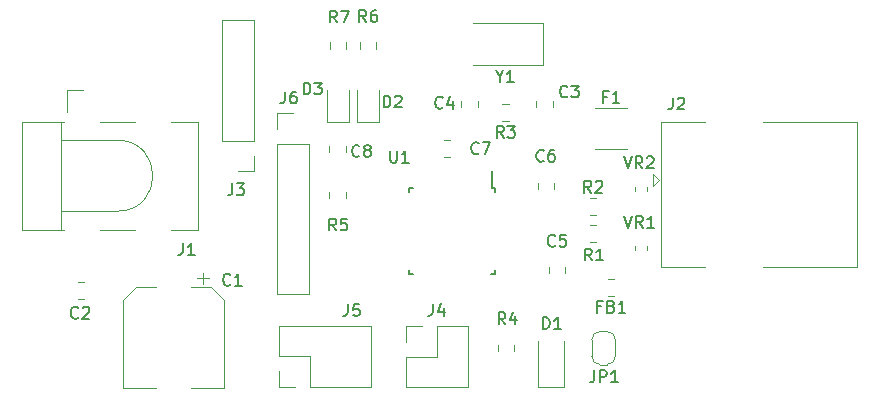
<source format=gbr>
%TF.GenerationSoftware,KiCad,Pcbnew,8.0.1+dfsg-1*%
%TF.CreationDate,2024-04-11T10:46:44+00:00*%
%TF.ProjectId,t1,74312e6b-6963-4616-945f-706362585858,WIP*%
%TF.SameCoordinates,Original*%
%TF.FileFunction,Legend,Top*%
%TF.FilePolarity,Positive*%
%FSLAX46Y46*%
G04 Gerber Fmt 4.6, Leading zero omitted, Abs format (unit mm)*
G04 Created by KiCad (PCBNEW 8.0.1+dfsg-1) date 2024-04-11 10:46:44*
%MOMM*%
%LPD*%
G01*
G04 APERTURE LIST*
%ADD10C,0.150000*%
%ADD11C,0.120000*%
G04 APERTURE END LIST*
D10*
X135672533Y-90402580D02*
X135624914Y-90450200D01*
X135624914Y-90450200D02*
X135482057Y-90497819D01*
X135482057Y-90497819D02*
X135386819Y-90497819D01*
X135386819Y-90497819D02*
X135243962Y-90450200D01*
X135243962Y-90450200D02*
X135148724Y-90354961D01*
X135148724Y-90354961D02*
X135101105Y-90259723D01*
X135101105Y-90259723D02*
X135053486Y-90069247D01*
X135053486Y-90069247D02*
X135053486Y-89926390D01*
X135053486Y-89926390D02*
X135101105Y-89735914D01*
X135101105Y-89735914D02*
X135148724Y-89640676D01*
X135148724Y-89640676D02*
X135243962Y-89545438D01*
X135243962Y-89545438D02*
X135386819Y-89497819D01*
X135386819Y-89497819D02*
X135482057Y-89497819D01*
X135482057Y-89497819D02*
X135624914Y-89545438D01*
X135624914Y-89545438D02*
X135672533Y-89593057D01*
X136624914Y-90497819D02*
X136053486Y-90497819D01*
X136339200Y-90497819D02*
X136339200Y-89497819D01*
X136339200Y-89497819D02*
X136243962Y-89640676D01*
X136243962Y-89640676D02*
X136148724Y-89735914D01*
X136148724Y-89735914D02*
X136053486Y-89783533D01*
X122769333Y-93196580D02*
X122721714Y-93244200D01*
X122721714Y-93244200D02*
X122578857Y-93291819D01*
X122578857Y-93291819D02*
X122483619Y-93291819D01*
X122483619Y-93291819D02*
X122340762Y-93244200D01*
X122340762Y-93244200D02*
X122245524Y-93148961D01*
X122245524Y-93148961D02*
X122197905Y-93053723D01*
X122197905Y-93053723D02*
X122150286Y-92863247D01*
X122150286Y-92863247D02*
X122150286Y-92720390D01*
X122150286Y-92720390D02*
X122197905Y-92529914D01*
X122197905Y-92529914D02*
X122245524Y-92434676D01*
X122245524Y-92434676D02*
X122340762Y-92339438D01*
X122340762Y-92339438D02*
X122483619Y-92291819D01*
X122483619Y-92291819D02*
X122578857Y-92291819D01*
X122578857Y-92291819D02*
X122721714Y-92339438D01*
X122721714Y-92339438D02*
X122769333Y-92387057D01*
X123150286Y-92387057D02*
X123197905Y-92339438D01*
X123197905Y-92339438D02*
X123293143Y-92291819D01*
X123293143Y-92291819D02*
X123531238Y-92291819D01*
X123531238Y-92291819D02*
X123626476Y-92339438D01*
X123626476Y-92339438D02*
X123674095Y-92387057D01*
X123674095Y-92387057D02*
X123721714Y-92482295D01*
X123721714Y-92482295D02*
X123721714Y-92577533D01*
X123721714Y-92577533D02*
X123674095Y-92720390D01*
X123674095Y-92720390D02*
X123102667Y-93291819D01*
X123102667Y-93291819D02*
X123721714Y-93291819D01*
X164196733Y-74476780D02*
X164149114Y-74524400D01*
X164149114Y-74524400D02*
X164006257Y-74572019D01*
X164006257Y-74572019D02*
X163911019Y-74572019D01*
X163911019Y-74572019D02*
X163768162Y-74524400D01*
X163768162Y-74524400D02*
X163672924Y-74429161D01*
X163672924Y-74429161D02*
X163625305Y-74333923D01*
X163625305Y-74333923D02*
X163577686Y-74143447D01*
X163577686Y-74143447D02*
X163577686Y-74000590D01*
X163577686Y-74000590D02*
X163625305Y-73810114D01*
X163625305Y-73810114D02*
X163672924Y-73714876D01*
X163672924Y-73714876D02*
X163768162Y-73619638D01*
X163768162Y-73619638D02*
X163911019Y-73572019D01*
X163911019Y-73572019D02*
X164006257Y-73572019D01*
X164006257Y-73572019D02*
X164149114Y-73619638D01*
X164149114Y-73619638D02*
X164196733Y-73667257D01*
X164530067Y-73572019D02*
X165149114Y-73572019D01*
X165149114Y-73572019D02*
X164815781Y-73952971D01*
X164815781Y-73952971D02*
X164958638Y-73952971D01*
X164958638Y-73952971D02*
X165053876Y-74000590D01*
X165053876Y-74000590D02*
X165101495Y-74048209D01*
X165101495Y-74048209D02*
X165149114Y-74143447D01*
X165149114Y-74143447D02*
X165149114Y-74381542D01*
X165149114Y-74381542D02*
X165101495Y-74476780D01*
X165101495Y-74476780D02*
X165053876Y-74524400D01*
X165053876Y-74524400D02*
X164958638Y-74572019D01*
X164958638Y-74572019D02*
X164672924Y-74572019D01*
X164672924Y-74572019D02*
X164577686Y-74524400D01*
X164577686Y-74524400D02*
X164530067Y-74476780D01*
X153630333Y-75416580D02*
X153582714Y-75464200D01*
X153582714Y-75464200D02*
X153439857Y-75511819D01*
X153439857Y-75511819D02*
X153344619Y-75511819D01*
X153344619Y-75511819D02*
X153201762Y-75464200D01*
X153201762Y-75464200D02*
X153106524Y-75368961D01*
X153106524Y-75368961D02*
X153058905Y-75273723D01*
X153058905Y-75273723D02*
X153011286Y-75083247D01*
X153011286Y-75083247D02*
X153011286Y-74940390D01*
X153011286Y-74940390D02*
X153058905Y-74749914D01*
X153058905Y-74749914D02*
X153106524Y-74654676D01*
X153106524Y-74654676D02*
X153201762Y-74559438D01*
X153201762Y-74559438D02*
X153344619Y-74511819D01*
X153344619Y-74511819D02*
X153439857Y-74511819D01*
X153439857Y-74511819D02*
X153582714Y-74559438D01*
X153582714Y-74559438D02*
X153630333Y-74607057D01*
X154487476Y-74845152D02*
X154487476Y-75511819D01*
X154249381Y-74464200D02*
X154011286Y-75178485D01*
X154011286Y-75178485D02*
X154630333Y-75178485D01*
X163155333Y-87100580D02*
X163107714Y-87148200D01*
X163107714Y-87148200D02*
X162964857Y-87195819D01*
X162964857Y-87195819D02*
X162869619Y-87195819D01*
X162869619Y-87195819D02*
X162726762Y-87148200D01*
X162726762Y-87148200D02*
X162631524Y-87052961D01*
X162631524Y-87052961D02*
X162583905Y-86957723D01*
X162583905Y-86957723D02*
X162536286Y-86767247D01*
X162536286Y-86767247D02*
X162536286Y-86624390D01*
X162536286Y-86624390D02*
X162583905Y-86433914D01*
X162583905Y-86433914D02*
X162631524Y-86338676D01*
X162631524Y-86338676D02*
X162726762Y-86243438D01*
X162726762Y-86243438D02*
X162869619Y-86195819D01*
X162869619Y-86195819D02*
X162964857Y-86195819D01*
X162964857Y-86195819D02*
X163107714Y-86243438D01*
X163107714Y-86243438D02*
X163155333Y-86291057D01*
X164060095Y-86195819D02*
X163583905Y-86195819D01*
X163583905Y-86195819D02*
X163536286Y-86672009D01*
X163536286Y-86672009D02*
X163583905Y-86624390D01*
X163583905Y-86624390D02*
X163679143Y-86576771D01*
X163679143Y-86576771D02*
X163917238Y-86576771D01*
X163917238Y-86576771D02*
X164012476Y-86624390D01*
X164012476Y-86624390D02*
X164060095Y-86672009D01*
X164060095Y-86672009D02*
X164107714Y-86767247D01*
X164107714Y-86767247D02*
X164107714Y-87005342D01*
X164107714Y-87005342D02*
X164060095Y-87100580D01*
X164060095Y-87100580D02*
X164012476Y-87148200D01*
X164012476Y-87148200D02*
X163917238Y-87195819D01*
X163917238Y-87195819D02*
X163679143Y-87195819D01*
X163679143Y-87195819D02*
X163583905Y-87148200D01*
X163583905Y-87148200D02*
X163536286Y-87100580D01*
X156678333Y-79277380D02*
X156630714Y-79325000D01*
X156630714Y-79325000D02*
X156487857Y-79372619D01*
X156487857Y-79372619D02*
X156392619Y-79372619D01*
X156392619Y-79372619D02*
X156249762Y-79325000D01*
X156249762Y-79325000D02*
X156154524Y-79229761D01*
X156154524Y-79229761D02*
X156106905Y-79134523D01*
X156106905Y-79134523D02*
X156059286Y-78944047D01*
X156059286Y-78944047D02*
X156059286Y-78801190D01*
X156059286Y-78801190D02*
X156106905Y-78610714D01*
X156106905Y-78610714D02*
X156154524Y-78515476D01*
X156154524Y-78515476D02*
X156249762Y-78420238D01*
X156249762Y-78420238D02*
X156392619Y-78372619D01*
X156392619Y-78372619D02*
X156487857Y-78372619D01*
X156487857Y-78372619D02*
X156630714Y-78420238D01*
X156630714Y-78420238D02*
X156678333Y-78467857D01*
X157011667Y-78372619D02*
X157678333Y-78372619D01*
X157678333Y-78372619D02*
X157249762Y-79372619D01*
X146594533Y-79505980D02*
X146546914Y-79553600D01*
X146546914Y-79553600D02*
X146404057Y-79601219D01*
X146404057Y-79601219D02*
X146308819Y-79601219D01*
X146308819Y-79601219D02*
X146165962Y-79553600D01*
X146165962Y-79553600D02*
X146070724Y-79458361D01*
X146070724Y-79458361D02*
X146023105Y-79363123D01*
X146023105Y-79363123D02*
X145975486Y-79172647D01*
X145975486Y-79172647D02*
X145975486Y-79029790D01*
X145975486Y-79029790D02*
X146023105Y-78839314D01*
X146023105Y-78839314D02*
X146070724Y-78744076D01*
X146070724Y-78744076D02*
X146165962Y-78648838D01*
X146165962Y-78648838D02*
X146308819Y-78601219D01*
X146308819Y-78601219D02*
X146404057Y-78601219D01*
X146404057Y-78601219D02*
X146546914Y-78648838D01*
X146546914Y-78648838D02*
X146594533Y-78696457D01*
X147165962Y-79029790D02*
X147070724Y-78982171D01*
X147070724Y-78982171D02*
X147023105Y-78934552D01*
X147023105Y-78934552D02*
X146975486Y-78839314D01*
X146975486Y-78839314D02*
X146975486Y-78791695D01*
X146975486Y-78791695D02*
X147023105Y-78696457D01*
X147023105Y-78696457D02*
X147070724Y-78648838D01*
X147070724Y-78648838D02*
X147165962Y-78601219D01*
X147165962Y-78601219D02*
X147356438Y-78601219D01*
X147356438Y-78601219D02*
X147451676Y-78648838D01*
X147451676Y-78648838D02*
X147499295Y-78696457D01*
X147499295Y-78696457D02*
X147546914Y-78791695D01*
X147546914Y-78791695D02*
X147546914Y-78839314D01*
X147546914Y-78839314D02*
X147499295Y-78934552D01*
X147499295Y-78934552D02*
X147451676Y-78982171D01*
X147451676Y-78982171D02*
X147356438Y-79029790D01*
X147356438Y-79029790D02*
X147165962Y-79029790D01*
X147165962Y-79029790D02*
X147070724Y-79077409D01*
X147070724Y-79077409D02*
X147023105Y-79125028D01*
X147023105Y-79125028D02*
X146975486Y-79220266D01*
X146975486Y-79220266D02*
X146975486Y-79410742D01*
X146975486Y-79410742D02*
X147023105Y-79505980D01*
X147023105Y-79505980D02*
X147070724Y-79553600D01*
X147070724Y-79553600D02*
X147165962Y-79601219D01*
X147165962Y-79601219D02*
X147356438Y-79601219D01*
X147356438Y-79601219D02*
X147451676Y-79553600D01*
X147451676Y-79553600D02*
X147499295Y-79505980D01*
X147499295Y-79505980D02*
X147546914Y-79410742D01*
X147546914Y-79410742D02*
X147546914Y-79220266D01*
X147546914Y-79220266D02*
X147499295Y-79125028D01*
X147499295Y-79125028D02*
X147451676Y-79077409D01*
X147451676Y-79077409D02*
X147356438Y-79029790D01*
X162126705Y-94180819D02*
X162126705Y-93180819D01*
X162126705Y-93180819D02*
X162364800Y-93180819D01*
X162364800Y-93180819D02*
X162507657Y-93228438D01*
X162507657Y-93228438D02*
X162602895Y-93323676D01*
X162602895Y-93323676D02*
X162650514Y-93418914D01*
X162650514Y-93418914D02*
X162698133Y-93609390D01*
X162698133Y-93609390D02*
X162698133Y-93752247D01*
X162698133Y-93752247D02*
X162650514Y-93942723D01*
X162650514Y-93942723D02*
X162602895Y-94037961D01*
X162602895Y-94037961D02*
X162507657Y-94133200D01*
X162507657Y-94133200D02*
X162364800Y-94180819D01*
X162364800Y-94180819D02*
X162126705Y-94180819D01*
X163650514Y-94180819D02*
X163079086Y-94180819D01*
X163364800Y-94180819D02*
X163364800Y-93180819D01*
X163364800Y-93180819D02*
X163269562Y-93323676D01*
X163269562Y-93323676D02*
X163174324Y-93418914D01*
X163174324Y-93418914D02*
X163079086Y-93466533D01*
X148639305Y-75410219D02*
X148639305Y-74410219D01*
X148639305Y-74410219D02*
X148877400Y-74410219D01*
X148877400Y-74410219D02*
X149020257Y-74457838D01*
X149020257Y-74457838D02*
X149115495Y-74553076D01*
X149115495Y-74553076D02*
X149163114Y-74648314D01*
X149163114Y-74648314D02*
X149210733Y-74838790D01*
X149210733Y-74838790D02*
X149210733Y-74981647D01*
X149210733Y-74981647D02*
X149163114Y-75172123D01*
X149163114Y-75172123D02*
X149115495Y-75267361D01*
X149115495Y-75267361D02*
X149020257Y-75362600D01*
X149020257Y-75362600D02*
X148877400Y-75410219D01*
X148877400Y-75410219D02*
X148639305Y-75410219D01*
X149591686Y-74505457D02*
X149639305Y-74457838D01*
X149639305Y-74457838D02*
X149734543Y-74410219D01*
X149734543Y-74410219D02*
X149972638Y-74410219D01*
X149972638Y-74410219D02*
X150067876Y-74457838D01*
X150067876Y-74457838D02*
X150115495Y-74505457D01*
X150115495Y-74505457D02*
X150163114Y-74600695D01*
X150163114Y-74600695D02*
X150163114Y-74695933D01*
X150163114Y-74695933D02*
X150115495Y-74838790D01*
X150115495Y-74838790D02*
X149544067Y-75410219D01*
X149544067Y-75410219D02*
X150163114Y-75410219D01*
X141857505Y-74318019D02*
X141857505Y-73318019D01*
X141857505Y-73318019D02*
X142095600Y-73318019D01*
X142095600Y-73318019D02*
X142238457Y-73365638D01*
X142238457Y-73365638D02*
X142333695Y-73460876D01*
X142333695Y-73460876D02*
X142381314Y-73556114D01*
X142381314Y-73556114D02*
X142428933Y-73746590D01*
X142428933Y-73746590D02*
X142428933Y-73889447D01*
X142428933Y-73889447D02*
X142381314Y-74079923D01*
X142381314Y-74079923D02*
X142333695Y-74175161D01*
X142333695Y-74175161D02*
X142238457Y-74270400D01*
X142238457Y-74270400D02*
X142095600Y-74318019D01*
X142095600Y-74318019D02*
X141857505Y-74318019D01*
X142762267Y-73318019D02*
X143381314Y-73318019D01*
X143381314Y-73318019D02*
X143047981Y-73698971D01*
X143047981Y-73698971D02*
X143190838Y-73698971D01*
X143190838Y-73698971D02*
X143286076Y-73746590D01*
X143286076Y-73746590D02*
X143333695Y-73794209D01*
X143333695Y-73794209D02*
X143381314Y-73889447D01*
X143381314Y-73889447D02*
X143381314Y-74127542D01*
X143381314Y-74127542D02*
X143333695Y-74222780D01*
X143333695Y-74222780D02*
X143286076Y-74270400D01*
X143286076Y-74270400D02*
X143190838Y-74318019D01*
X143190838Y-74318019D02*
X142905124Y-74318019D01*
X142905124Y-74318019D02*
X142809886Y-74270400D01*
X142809886Y-74270400D02*
X142762267Y-74222780D01*
X167560666Y-74497009D02*
X167227333Y-74497009D01*
X167227333Y-75020819D02*
X167227333Y-74020819D01*
X167227333Y-74020819D02*
X167703523Y-74020819D01*
X168608285Y-75020819D02*
X168036857Y-75020819D01*
X168322571Y-75020819D02*
X168322571Y-74020819D01*
X168322571Y-74020819D02*
X168227333Y-74163676D01*
X168227333Y-74163676D02*
X168132095Y-74258914D01*
X168132095Y-74258914D02*
X168036857Y-74306533D01*
X167060666Y-92259009D02*
X166727333Y-92259009D01*
X166727333Y-92782819D02*
X166727333Y-91782819D01*
X166727333Y-91782819D02*
X167203523Y-91782819D01*
X167917809Y-92259009D02*
X168060666Y-92306628D01*
X168060666Y-92306628D02*
X168108285Y-92354247D01*
X168108285Y-92354247D02*
X168155904Y-92449485D01*
X168155904Y-92449485D02*
X168155904Y-92592342D01*
X168155904Y-92592342D02*
X168108285Y-92687580D01*
X168108285Y-92687580D02*
X168060666Y-92735200D01*
X168060666Y-92735200D02*
X167965428Y-92782819D01*
X167965428Y-92782819D02*
X167584476Y-92782819D01*
X167584476Y-92782819D02*
X167584476Y-91782819D01*
X167584476Y-91782819D02*
X167917809Y-91782819D01*
X167917809Y-91782819D02*
X168013047Y-91830438D01*
X168013047Y-91830438D02*
X168060666Y-91878057D01*
X168060666Y-91878057D02*
X168108285Y-91973295D01*
X168108285Y-91973295D02*
X168108285Y-92068533D01*
X168108285Y-92068533D02*
X168060666Y-92163771D01*
X168060666Y-92163771D02*
X168013047Y-92211390D01*
X168013047Y-92211390D02*
X167917809Y-92259009D01*
X167917809Y-92259009D02*
X167584476Y-92259009D01*
X169108285Y-92782819D02*
X168536857Y-92782819D01*
X168822571Y-92782819D02*
X168822571Y-91782819D01*
X168822571Y-91782819D02*
X168727333Y-91925676D01*
X168727333Y-91925676D02*
X168632095Y-92020914D01*
X168632095Y-92020914D02*
X168536857Y-92068533D01*
X131645066Y-86907019D02*
X131645066Y-87621304D01*
X131645066Y-87621304D02*
X131597447Y-87764161D01*
X131597447Y-87764161D02*
X131502209Y-87859400D01*
X131502209Y-87859400D02*
X131359352Y-87907019D01*
X131359352Y-87907019D02*
X131264114Y-87907019D01*
X132645066Y-87907019D02*
X132073638Y-87907019D01*
X132359352Y-87907019D02*
X132359352Y-86907019D01*
X132359352Y-86907019D02*
X132264114Y-87049876D01*
X132264114Y-87049876D02*
X132168876Y-87145114D01*
X132168876Y-87145114D02*
X132073638Y-87192733D01*
X135810666Y-81852419D02*
X135810666Y-82566704D01*
X135810666Y-82566704D02*
X135763047Y-82709561D01*
X135763047Y-82709561D02*
X135667809Y-82804800D01*
X135667809Y-82804800D02*
X135524952Y-82852419D01*
X135524952Y-82852419D02*
X135429714Y-82852419D01*
X136191619Y-81852419D02*
X136810666Y-81852419D01*
X136810666Y-81852419D02*
X136477333Y-82233371D01*
X136477333Y-82233371D02*
X136620190Y-82233371D01*
X136620190Y-82233371D02*
X136715428Y-82280990D01*
X136715428Y-82280990D02*
X136763047Y-82328609D01*
X136763047Y-82328609D02*
X136810666Y-82423847D01*
X136810666Y-82423847D02*
X136810666Y-82661942D01*
X136810666Y-82661942D02*
X136763047Y-82757180D01*
X136763047Y-82757180D02*
X136715428Y-82804800D01*
X136715428Y-82804800D02*
X136620190Y-82852419D01*
X136620190Y-82852419D02*
X136334476Y-82852419D01*
X136334476Y-82852419D02*
X136239238Y-82804800D01*
X136239238Y-82804800D02*
X136191619Y-82757180D01*
X152803266Y-92063219D02*
X152803266Y-92777504D01*
X152803266Y-92777504D02*
X152755647Y-92920361D01*
X152755647Y-92920361D02*
X152660409Y-93015600D01*
X152660409Y-93015600D02*
X152517552Y-93063219D01*
X152517552Y-93063219D02*
X152422314Y-93063219D01*
X153708028Y-92396552D02*
X153708028Y-93063219D01*
X153469933Y-92015600D02*
X153231838Y-92729885D01*
X153231838Y-92729885D02*
X153850885Y-92729885D01*
X145615066Y-92063219D02*
X145615066Y-92777504D01*
X145615066Y-92777504D02*
X145567447Y-92920361D01*
X145567447Y-92920361D02*
X145472209Y-93015600D01*
X145472209Y-93015600D02*
X145329352Y-93063219D01*
X145329352Y-93063219D02*
X145234114Y-93063219D01*
X146567447Y-92063219D02*
X146091257Y-92063219D01*
X146091257Y-92063219D02*
X146043638Y-92539409D01*
X146043638Y-92539409D02*
X146091257Y-92491790D01*
X146091257Y-92491790D02*
X146186495Y-92444171D01*
X146186495Y-92444171D02*
X146424590Y-92444171D01*
X146424590Y-92444171D02*
X146519828Y-92491790D01*
X146519828Y-92491790D02*
X146567447Y-92539409D01*
X146567447Y-92539409D02*
X146615066Y-92634647D01*
X146615066Y-92634647D02*
X146615066Y-92872742D01*
X146615066Y-92872742D02*
X146567447Y-92967980D01*
X146567447Y-92967980D02*
X146519828Y-93015600D01*
X146519828Y-93015600D02*
X146424590Y-93063219D01*
X146424590Y-93063219D02*
X146186495Y-93063219D01*
X146186495Y-93063219D02*
X146091257Y-93015600D01*
X146091257Y-93015600D02*
X146043638Y-92967980D01*
X140281066Y-74080019D02*
X140281066Y-74794304D01*
X140281066Y-74794304D02*
X140233447Y-74937161D01*
X140233447Y-74937161D02*
X140138209Y-75032400D01*
X140138209Y-75032400D02*
X139995352Y-75080019D01*
X139995352Y-75080019D02*
X139900114Y-75080019D01*
X141185828Y-74080019D02*
X140995352Y-74080019D01*
X140995352Y-74080019D02*
X140900114Y-74127638D01*
X140900114Y-74127638D02*
X140852495Y-74175257D01*
X140852495Y-74175257D02*
X140757257Y-74318114D01*
X140757257Y-74318114D02*
X140709638Y-74508590D01*
X140709638Y-74508590D02*
X140709638Y-74889542D01*
X140709638Y-74889542D02*
X140757257Y-74984780D01*
X140757257Y-74984780D02*
X140804876Y-75032400D01*
X140804876Y-75032400D02*
X140900114Y-75080019D01*
X140900114Y-75080019D02*
X141090590Y-75080019D01*
X141090590Y-75080019D02*
X141185828Y-75032400D01*
X141185828Y-75032400D02*
X141233447Y-74984780D01*
X141233447Y-74984780D02*
X141281066Y-74889542D01*
X141281066Y-74889542D02*
X141281066Y-74651447D01*
X141281066Y-74651447D02*
X141233447Y-74556209D01*
X141233447Y-74556209D02*
X141185828Y-74508590D01*
X141185828Y-74508590D02*
X141090590Y-74460971D01*
X141090590Y-74460971D02*
X140900114Y-74460971D01*
X140900114Y-74460971D02*
X140804876Y-74508590D01*
X140804876Y-74508590D02*
X140757257Y-74556209D01*
X140757257Y-74556209D02*
X140709638Y-74651447D01*
X166476466Y-97676619D02*
X166476466Y-98390904D01*
X166476466Y-98390904D02*
X166428847Y-98533761D01*
X166428847Y-98533761D02*
X166333609Y-98629000D01*
X166333609Y-98629000D02*
X166190752Y-98676619D01*
X166190752Y-98676619D02*
X166095514Y-98676619D01*
X166952657Y-98676619D02*
X166952657Y-97676619D01*
X166952657Y-97676619D02*
X167333609Y-97676619D01*
X167333609Y-97676619D02*
X167428847Y-97724238D01*
X167428847Y-97724238D02*
X167476466Y-97771857D01*
X167476466Y-97771857D02*
X167524085Y-97867095D01*
X167524085Y-97867095D02*
X167524085Y-98009952D01*
X167524085Y-98009952D02*
X167476466Y-98105190D01*
X167476466Y-98105190D02*
X167428847Y-98152809D01*
X167428847Y-98152809D02*
X167333609Y-98200428D01*
X167333609Y-98200428D02*
X166952657Y-98200428D01*
X168476466Y-98676619D02*
X167905038Y-98676619D01*
X168190752Y-98676619D02*
X168190752Y-97676619D01*
X168190752Y-97676619D02*
X168095514Y-97819476D01*
X168095514Y-97819476D02*
X168000276Y-97914714D01*
X168000276Y-97914714D02*
X167905038Y-97962333D01*
X166279533Y-88364219D02*
X165946200Y-87888028D01*
X165708105Y-88364219D02*
X165708105Y-87364219D01*
X165708105Y-87364219D02*
X166089057Y-87364219D01*
X166089057Y-87364219D02*
X166184295Y-87411838D01*
X166184295Y-87411838D02*
X166231914Y-87459457D01*
X166231914Y-87459457D02*
X166279533Y-87554695D01*
X166279533Y-87554695D02*
X166279533Y-87697552D01*
X166279533Y-87697552D02*
X166231914Y-87792790D01*
X166231914Y-87792790D02*
X166184295Y-87840409D01*
X166184295Y-87840409D02*
X166089057Y-87888028D01*
X166089057Y-87888028D02*
X165708105Y-87888028D01*
X167231914Y-88364219D02*
X166660486Y-88364219D01*
X166946200Y-88364219D02*
X166946200Y-87364219D01*
X166946200Y-87364219D02*
X166850962Y-87507076D01*
X166850962Y-87507076D02*
X166755724Y-87602314D01*
X166755724Y-87602314D02*
X166660486Y-87649933D01*
X166203333Y-82624819D02*
X165870000Y-82148628D01*
X165631905Y-82624819D02*
X165631905Y-81624819D01*
X165631905Y-81624819D02*
X166012857Y-81624819D01*
X166012857Y-81624819D02*
X166108095Y-81672438D01*
X166108095Y-81672438D02*
X166155714Y-81720057D01*
X166155714Y-81720057D02*
X166203333Y-81815295D01*
X166203333Y-81815295D02*
X166203333Y-81958152D01*
X166203333Y-81958152D02*
X166155714Y-82053390D01*
X166155714Y-82053390D02*
X166108095Y-82101009D01*
X166108095Y-82101009D02*
X166012857Y-82148628D01*
X166012857Y-82148628D02*
X165631905Y-82148628D01*
X166584286Y-81720057D02*
X166631905Y-81672438D01*
X166631905Y-81672438D02*
X166727143Y-81624819D01*
X166727143Y-81624819D02*
X166965238Y-81624819D01*
X166965238Y-81624819D02*
X167060476Y-81672438D01*
X167060476Y-81672438D02*
X167108095Y-81720057D01*
X167108095Y-81720057D02*
X167155714Y-81815295D01*
X167155714Y-81815295D02*
X167155714Y-81910533D01*
X167155714Y-81910533D02*
X167108095Y-82053390D01*
X167108095Y-82053390D02*
X166536667Y-82624819D01*
X166536667Y-82624819D02*
X167155714Y-82624819D01*
X158791333Y-77982819D02*
X158458000Y-77506628D01*
X158219905Y-77982819D02*
X158219905Y-76982819D01*
X158219905Y-76982819D02*
X158600857Y-76982819D01*
X158600857Y-76982819D02*
X158696095Y-77030438D01*
X158696095Y-77030438D02*
X158743714Y-77078057D01*
X158743714Y-77078057D02*
X158791333Y-77173295D01*
X158791333Y-77173295D02*
X158791333Y-77316152D01*
X158791333Y-77316152D02*
X158743714Y-77411390D01*
X158743714Y-77411390D02*
X158696095Y-77459009D01*
X158696095Y-77459009D02*
X158600857Y-77506628D01*
X158600857Y-77506628D02*
X158219905Y-77506628D01*
X159124667Y-76982819D02*
X159743714Y-76982819D01*
X159743714Y-76982819D02*
X159410381Y-77363771D01*
X159410381Y-77363771D02*
X159553238Y-77363771D01*
X159553238Y-77363771D02*
X159648476Y-77411390D01*
X159648476Y-77411390D02*
X159696095Y-77459009D01*
X159696095Y-77459009D02*
X159743714Y-77554247D01*
X159743714Y-77554247D02*
X159743714Y-77792342D01*
X159743714Y-77792342D02*
X159696095Y-77887580D01*
X159696095Y-77887580D02*
X159648476Y-77935200D01*
X159648476Y-77935200D02*
X159553238Y-77982819D01*
X159553238Y-77982819D02*
X159267524Y-77982819D01*
X159267524Y-77982819D02*
X159172286Y-77935200D01*
X159172286Y-77935200D02*
X159124667Y-77887580D01*
X158938933Y-93774419D02*
X158605600Y-93298228D01*
X158367505Y-93774419D02*
X158367505Y-92774419D01*
X158367505Y-92774419D02*
X158748457Y-92774419D01*
X158748457Y-92774419D02*
X158843695Y-92822038D01*
X158843695Y-92822038D02*
X158891314Y-92869657D01*
X158891314Y-92869657D02*
X158938933Y-92964895D01*
X158938933Y-92964895D02*
X158938933Y-93107752D01*
X158938933Y-93107752D02*
X158891314Y-93202990D01*
X158891314Y-93202990D02*
X158843695Y-93250609D01*
X158843695Y-93250609D02*
X158748457Y-93298228D01*
X158748457Y-93298228D02*
X158367505Y-93298228D01*
X159796076Y-93107752D02*
X159796076Y-93774419D01*
X159557981Y-92726800D02*
X159319886Y-93441085D01*
X159319886Y-93441085D02*
X159938933Y-93441085D01*
X144613333Y-85824219D02*
X144280000Y-85348028D01*
X144041905Y-85824219D02*
X144041905Y-84824219D01*
X144041905Y-84824219D02*
X144422857Y-84824219D01*
X144422857Y-84824219D02*
X144518095Y-84871838D01*
X144518095Y-84871838D02*
X144565714Y-84919457D01*
X144565714Y-84919457D02*
X144613333Y-85014695D01*
X144613333Y-85014695D02*
X144613333Y-85157552D01*
X144613333Y-85157552D02*
X144565714Y-85252790D01*
X144565714Y-85252790D02*
X144518095Y-85300409D01*
X144518095Y-85300409D02*
X144422857Y-85348028D01*
X144422857Y-85348028D02*
X144041905Y-85348028D01*
X145518095Y-84824219D02*
X145041905Y-84824219D01*
X145041905Y-84824219D02*
X144994286Y-85300409D01*
X144994286Y-85300409D02*
X145041905Y-85252790D01*
X145041905Y-85252790D02*
X145137143Y-85205171D01*
X145137143Y-85205171D02*
X145375238Y-85205171D01*
X145375238Y-85205171D02*
X145470476Y-85252790D01*
X145470476Y-85252790D02*
X145518095Y-85300409D01*
X145518095Y-85300409D02*
X145565714Y-85395647D01*
X145565714Y-85395647D02*
X145565714Y-85633742D01*
X145565714Y-85633742D02*
X145518095Y-85728980D01*
X145518095Y-85728980D02*
X145470476Y-85776600D01*
X145470476Y-85776600D02*
X145375238Y-85824219D01*
X145375238Y-85824219D02*
X145137143Y-85824219D01*
X145137143Y-85824219D02*
X145041905Y-85776600D01*
X145041905Y-85776600D02*
X144994286Y-85728980D01*
X147153333Y-68171219D02*
X146820000Y-67695028D01*
X146581905Y-68171219D02*
X146581905Y-67171219D01*
X146581905Y-67171219D02*
X146962857Y-67171219D01*
X146962857Y-67171219D02*
X147058095Y-67218838D01*
X147058095Y-67218838D02*
X147105714Y-67266457D01*
X147105714Y-67266457D02*
X147153333Y-67361695D01*
X147153333Y-67361695D02*
X147153333Y-67504552D01*
X147153333Y-67504552D02*
X147105714Y-67599790D01*
X147105714Y-67599790D02*
X147058095Y-67647409D01*
X147058095Y-67647409D02*
X146962857Y-67695028D01*
X146962857Y-67695028D02*
X146581905Y-67695028D01*
X148010476Y-67171219D02*
X147820000Y-67171219D01*
X147820000Y-67171219D02*
X147724762Y-67218838D01*
X147724762Y-67218838D02*
X147677143Y-67266457D01*
X147677143Y-67266457D02*
X147581905Y-67409314D01*
X147581905Y-67409314D02*
X147534286Y-67599790D01*
X147534286Y-67599790D02*
X147534286Y-67980742D01*
X147534286Y-67980742D02*
X147581905Y-68075980D01*
X147581905Y-68075980D02*
X147629524Y-68123600D01*
X147629524Y-68123600D02*
X147724762Y-68171219D01*
X147724762Y-68171219D02*
X147915238Y-68171219D01*
X147915238Y-68171219D02*
X148010476Y-68123600D01*
X148010476Y-68123600D02*
X148058095Y-68075980D01*
X148058095Y-68075980D02*
X148105714Y-67980742D01*
X148105714Y-67980742D02*
X148105714Y-67742647D01*
X148105714Y-67742647D02*
X148058095Y-67647409D01*
X148058095Y-67647409D02*
X148010476Y-67599790D01*
X148010476Y-67599790D02*
X147915238Y-67552171D01*
X147915238Y-67552171D02*
X147724762Y-67552171D01*
X147724762Y-67552171D02*
X147629524Y-67599790D01*
X147629524Y-67599790D02*
X147581905Y-67647409D01*
X147581905Y-67647409D02*
X147534286Y-67742647D01*
X144689533Y-68222019D02*
X144356200Y-67745828D01*
X144118105Y-68222019D02*
X144118105Y-67222019D01*
X144118105Y-67222019D02*
X144499057Y-67222019D01*
X144499057Y-67222019D02*
X144594295Y-67269638D01*
X144594295Y-67269638D02*
X144641914Y-67317257D01*
X144641914Y-67317257D02*
X144689533Y-67412495D01*
X144689533Y-67412495D02*
X144689533Y-67555352D01*
X144689533Y-67555352D02*
X144641914Y-67650590D01*
X144641914Y-67650590D02*
X144594295Y-67698209D01*
X144594295Y-67698209D02*
X144499057Y-67745828D01*
X144499057Y-67745828D02*
X144118105Y-67745828D01*
X145022867Y-67222019D02*
X145689533Y-67222019D01*
X145689533Y-67222019D02*
X145260962Y-68222019D01*
X169022876Y-84595619D02*
X169356209Y-85595619D01*
X169356209Y-85595619D02*
X169689542Y-84595619D01*
X170594304Y-85595619D02*
X170260971Y-85119428D01*
X170022876Y-85595619D02*
X170022876Y-84595619D01*
X170022876Y-84595619D02*
X170403828Y-84595619D01*
X170403828Y-84595619D02*
X170499066Y-84643238D01*
X170499066Y-84643238D02*
X170546685Y-84690857D01*
X170546685Y-84690857D02*
X170594304Y-84786095D01*
X170594304Y-84786095D02*
X170594304Y-84928952D01*
X170594304Y-84928952D02*
X170546685Y-85024190D01*
X170546685Y-85024190D02*
X170499066Y-85071809D01*
X170499066Y-85071809D02*
X170403828Y-85119428D01*
X170403828Y-85119428D02*
X170022876Y-85119428D01*
X171546685Y-85595619D02*
X170975257Y-85595619D01*
X171260971Y-85595619D02*
X171260971Y-84595619D01*
X171260971Y-84595619D02*
X171165733Y-84738476D01*
X171165733Y-84738476D02*
X171070495Y-84833714D01*
X171070495Y-84833714D02*
X170975257Y-84881333D01*
X158451609Y-72806428D02*
X158451609Y-73282619D01*
X158118276Y-72282619D02*
X158451609Y-72806428D01*
X158451609Y-72806428D02*
X158784942Y-72282619D01*
X159642085Y-73282619D02*
X159070657Y-73282619D01*
X159356371Y-73282619D02*
X159356371Y-72282619D01*
X159356371Y-72282619D02*
X159261133Y-72425476D01*
X159261133Y-72425476D02*
X159165895Y-72520714D01*
X159165895Y-72520714D02*
X159070657Y-72568333D01*
X173097866Y-74588019D02*
X173097866Y-75302304D01*
X173097866Y-75302304D02*
X173050247Y-75445161D01*
X173050247Y-75445161D02*
X172955009Y-75540400D01*
X172955009Y-75540400D02*
X172812152Y-75588019D01*
X172812152Y-75588019D02*
X172716914Y-75588019D01*
X173526438Y-74683257D02*
X173574057Y-74635638D01*
X173574057Y-74635638D02*
X173669295Y-74588019D01*
X173669295Y-74588019D02*
X173907390Y-74588019D01*
X173907390Y-74588019D02*
X174002628Y-74635638D01*
X174002628Y-74635638D02*
X174050247Y-74683257D01*
X174050247Y-74683257D02*
X174097866Y-74778495D01*
X174097866Y-74778495D02*
X174097866Y-74873733D01*
X174097866Y-74873733D02*
X174050247Y-75016590D01*
X174050247Y-75016590D02*
X173478819Y-75588019D01*
X173478819Y-75588019D02*
X174097866Y-75588019D01*
X149199695Y-79083819D02*
X149199695Y-79893342D01*
X149199695Y-79893342D02*
X149247314Y-79988580D01*
X149247314Y-79988580D02*
X149294933Y-80036200D01*
X149294933Y-80036200D02*
X149390171Y-80083819D01*
X149390171Y-80083819D02*
X149580647Y-80083819D01*
X149580647Y-80083819D02*
X149675885Y-80036200D01*
X149675885Y-80036200D02*
X149723504Y-79988580D01*
X149723504Y-79988580D02*
X149771123Y-79893342D01*
X149771123Y-79893342D02*
X149771123Y-79083819D01*
X150771123Y-80083819D02*
X150199695Y-80083819D01*
X150485409Y-80083819D02*
X150485409Y-79083819D01*
X150485409Y-79083819D02*
X150390171Y-79226676D01*
X150390171Y-79226676D02*
X150294933Y-79321914D01*
X150294933Y-79321914D02*
X150199695Y-79369533D01*
X168972076Y-79566419D02*
X169305409Y-80566419D01*
X169305409Y-80566419D02*
X169638742Y-79566419D01*
X170543504Y-80566419D02*
X170210171Y-80090228D01*
X169972076Y-80566419D02*
X169972076Y-79566419D01*
X169972076Y-79566419D02*
X170353028Y-79566419D01*
X170353028Y-79566419D02*
X170448266Y-79614038D01*
X170448266Y-79614038D02*
X170495885Y-79661657D01*
X170495885Y-79661657D02*
X170543504Y-79756895D01*
X170543504Y-79756895D02*
X170543504Y-79899752D01*
X170543504Y-79899752D02*
X170495885Y-79994990D01*
X170495885Y-79994990D02*
X170448266Y-80042609D01*
X170448266Y-80042609D02*
X170353028Y-80090228D01*
X170353028Y-80090228D02*
X169972076Y-80090228D01*
X170924457Y-79661657D02*
X170972076Y-79614038D01*
X170972076Y-79614038D02*
X171067314Y-79566419D01*
X171067314Y-79566419D02*
X171305409Y-79566419D01*
X171305409Y-79566419D02*
X171400647Y-79614038D01*
X171400647Y-79614038D02*
X171448266Y-79661657D01*
X171448266Y-79661657D02*
X171495885Y-79756895D01*
X171495885Y-79756895D02*
X171495885Y-79852133D01*
X171495885Y-79852133D02*
X171448266Y-79994990D01*
X171448266Y-79994990D02*
X170876838Y-80566419D01*
X170876838Y-80566419D02*
X171495885Y-80566419D01*
X162190133Y-79912380D02*
X162142514Y-79960000D01*
X162142514Y-79960000D02*
X161999657Y-80007619D01*
X161999657Y-80007619D02*
X161904419Y-80007619D01*
X161904419Y-80007619D02*
X161761562Y-79960000D01*
X161761562Y-79960000D02*
X161666324Y-79864761D01*
X161666324Y-79864761D02*
X161618705Y-79769523D01*
X161618705Y-79769523D02*
X161571086Y-79579047D01*
X161571086Y-79579047D02*
X161571086Y-79436190D01*
X161571086Y-79436190D02*
X161618705Y-79245714D01*
X161618705Y-79245714D02*
X161666324Y-79150476D01*
X161666324Y-79150476D02*
X161761562Y-79055238D01*
X161761562Y-79055238D02*
X161904419Y-79007619D01*
X161904419Y-79007619D02*
X161999657Y-79007619D01*
X161999657Y-79007619D02*
X162142514Y-79055238D01*
X162142514Y-79055238D02*
X162190133Y-79102857D01*
X163047276Y-79007619D02*
X162856800Y-79007619D01*
X162856800Y-79007619D02*
X162761562Y-79055238D01*
X162761562Y-79055238D02*
X162713943Y-79102857D01*
X162713943Y-79102857D02*
X162618705Y-79245714D01*
X162618705Y-79245714D02*
X162571086Y-79436190D01*
X162571086Y-79436190D02*
X162571086Y-79817142D01*
X162571086Y-79817142D02*
X162618705Y-79912380D01*
X162618705Y-79912380D02*
X162666324Y-79960000D01*
X162666324Y-79960000D02*
X162761562Y-80007619D01*
X162761562Y-80007619D02*
X162952038Y-80007619D01*
X162952038Y-80007619D02*
X163047276Y-79960000D01*
X163047276Y-79960000D02*
X163094895Y-79912380D01*
X163094895Y-79912380D02*
X163142514Y-79817142D01*
X163142514Y-79817142D02*
X163142514Y-79579047D01*
X163142514Y-79579047D02*
X163094895Y-79483809D01*
X163094895Y-79483809D02*
X163047276Y-79436190D01*
X163047276Y-79436190D02*
X162952038Y-79388571D01*
X162952038Y-79388571D02*
X162761562Y-79388571D01*
X162761562Y-79388571D02*
X162666324Y-79436190D01*
X162666324Y-79436190D02*
X162618705Y-79483809D01*
X162618705Y-79483809D02*
X162571086Y-79579047D01*
D11*
%TO.C,C1*%
X126575400Y-91698837D02*
X126575400Y-99154400D01*
X126575400Y-99154400D02*
X129325400Y-99154400D01*
X127639837Y-90634400D02*
X126575400Y-91698837D01*
X127639837Y-90634400D02*
X129325400Y-90634400D01*
X133345400Y-89394400D02*
X133345400Y-90394400D01*
X133845400Y-89894400D02*
X132845400Y-89894400D01*
X134030963Y-90634400D02*
X132345400Y-90634400D01*
X134030963Y-90634400D02*
X135095400Y-91698837D01*
X135095400Y-91698837D02*
X135095400Y-99154400D01*
X135095400Y-99154400D02*
X132345400Y-99154400D01*
%TO.C,C2*%
X122741422Y-90190000D02*
X123258578Y-90190000D01*
X122741422Y-91610000D02*
X123258578Y-91610000D01*
%TO.C,C3*%
X161550000Y-74857422D02*
X161550000Y-75374578D01*
X162970000Y-74857422D02*
X162970000Y-75374578D01*
%TO.C,C4*%
X155200000Y-74857422D02*
X155200000Y-75374578D01*
X156620000Y-74857422D02*
X156620000Y-75374578D01*
%TO.C,C5*%
X162612000Y-88895422D02*
X162612000Y-89412578D01*
X164032000Y-88895422D02*
X164032000Y-89412578D01*
%TO.C,C7*%
X153716222Y-78157000D02*
X154233378Y-78157000D01*
X153716222Y-79577000D02*
X154233378Y-79577000D01*
%TO.C,C8*%
X144044600Y-79227178D02*
X144044600Y-78710022D01*
X145464600Y-79227178D02*
X145464600Y-78710022D01*
%TO.C,D1*%
X161679000Y-95174000D02*
X161679000Y-99059000D01*
X161679000Y-99059000D02*
X163949000Y-99059000D01*
X163949000Y-99059000D02*
X163949000Y-95174000D01*
%TO.C,D2*%
X146360000Y-73950000D02*
X146360000Y-76635000D01*
X146360000Y-76635000D02*
X148280000Y-76635000D01*
X148280000Y-76635000D02*
X148280000Y-73950000D01*
%TO.C,D3*%
X143820000Y-73950000D02*
X143820000Y-76635000D01*
X143820000Y-76635000D02*
X145740000Y-76635000D01*
X145740000Y-76635000D02*
X145740000Y-73950000D01*
%TO.C,F1*%
X166507748Y-75506000D02*
X169280252Y-75506000D01*
X166507748Y-78926000D02*
X169280252Y-78926000D01*
%TO.C,FB1*%
X168152578Y-89968000D02*
X167635422Y-89968000D01*
X168152578Y-91388000D02*
X167635422Y-91388000D01*
%TO.C,J1*%
X117990000Y-76640000D02*
X121600000Y-76640000D01*
X117990000Y-85760000D02*
X117990000Y-76640000D01*
X117990000Y-85760000D02*
X121600000Y-85760000D01*
X121300000Y-78200000D02*
X126100000Y-78200000D01*
X121300000Y-84200000D02*
X126100000Y-84200000D01*
X121300000Y-85760000D02*
X121300000Y-76640000D01*
X121840000Y-73940000D02*
X121840000Y-75840000D01*
X123180000Y-73940000D02*
X121840000Y-73940000D01*
X124600000Y-76640000D02*
X127600000Y-76640000D01*
X124600000Y-85760000D02*
X127600000Y-85760000D01*
X130600000Y-76640000D02*
X132910000Y-76640000D01*
X130600000Y-85760000D02*
X132910000Y-85760000D01*
X132910000Y-85760000D02*
X132910000Y-76640000D01*
X126100000Y-78200000D02*
G75*
G02*
X126100000Y-84200000I0J-3000000D01*
G01*
%TO.C,J3*%
X134970000Y-78230000D02*
X134970000Y-68010000D01*
X137630000Y-68010000D02*
X134970000Y-68010000D01*
X137630000Y-78230000D02*
X134970000Y-78230000D01*
X137630000Y-78230000D02*
X137630000Y-68010000D01*
X137630000Y-79500000D02*
X137630000Y-80830000D01*
X137630000Y-80830000D02*
X136300000Y-80830000D01*
%TO.C,J4*%
X150562000Y-93920000D02*
X151892000Y-93920000D01*
X150562000Y-95250000D02*
X150562000Y-93920000D01*
X150562000Y-96520000D02*
X150562000Y-99120000D01*
X150562000Y-96520000D02*
X153162000Y-96520000D01*
X150562000Y-99120000D02*
X155762000Y-99120000D01*
X153162000Y-93920000D02*
X155762000Y-93920000D01*
X153162000Y-96520000D02*
X153162000Y-93920000D01*
X155762000Y-93920000D02*
X155762000Y-99120000D01*
%TO.C,J5*%
X139792400Y-93894600D02*
X147532400Y-93894600D01*
X139792400Y-96494600D02*
X139792400Y-93894600D01*
X139792400Y-99094600D02*
X139792400Y-97764600D01*
X141122400Y-99094600D02*
X139792400Y-99094600D01*
X142392400Y-96494600D02*
X139792400Y-96494600D01*
X142392400Y-99094600D02*
X142392400Y-96494600D01*
X142392400Y-99094600D02*
X147532400Y-99094600D01*
X147532400Y-99094600D02*
X147532400Y-93894600D01*
%TO.C,J6*%
X139640000Y-75886000D02*
X140970000Y-75886000D01*
X139640000Y-77216000D02*
X139640000Y-75886000D01*
X139640000Y-78486000D02*
X139640000Y-91246000D01*
X139640000Y-78486000D02*
X142300000Y-78486000D01*
X139640000Y-91246000D02*
X142300000Y-91246000D01*
X142300000Y-78486000D02*
X142300000Y-91246000D01*
%TO.C,JP1*%
X166259000Y-96483400D02*
X166259000Y-95083400D01*
X166959000Y-94383400D02*
X167559000Y-94383400D01*
X167559000Y-97183400D02*
X166959000Y-97183400D01*
X168259000Y-95083400D02*
X168259000Y-96483400D01*
X166259000Y-95083400D02*
G75*
G02*
X166959000Y-94383400I699999J1D01*
G01*
X166959000Y-97183400D02*
G75*
G02*
X166259000Y-96483400I0J700000D01*
G01*
X167559000Y-94383400D02*
G75*
G02*
X168259000Y-95083400I1J-699999D01*
G01*
X168259000Y-96483400D02*
G75*
G02*
X167559000Y-97183400I-700000J0D01*
G01*
%TO.C,R1*%
X166111422Y-85396000D02*
X166628578Y-85396000D01*
X166111422Y-86816000D02*
X166628578Y-86816000D01*
%TO.C,R2*%
X166111422Y-83110000D02*
X166628578Y-83110000D01*
X166111422Y-84530000D02*
X166628578Y-84530000D01*
%TO.C,R3*%
X159216578Y-75168000D02*
X158699422Y-75168000D01*
X159216578Y-76588000D02*
X158699422Y-76588000D01*
%TO.C,R4*%
X158294000Y-96016578D02*
X158294000Y-95499422D01*
X159714000Y-96016578D02*
X159714000Y-95499422D01*
%TO.C,R5*%
X144044600Y-82545422D02*
X144044600Y-83062578D01*
X145464600Y-82545422D02*
X145464600Y-83062578D01*
%TO.C,R6*%
X146610000Y-69916222D02*
X146610000Y-70433378D01*
X148030000Y-69916222D02*
X148030000Y-70433378D01*
%TO.C,R7*%
X144070000Y-69916222D02*
X144070000Y-70433378D01*
X145490000Y-69916222D02*
X145490000Y-70433378D01*
%TO.C,VR1*%
X169924000Y-87187721D02*
X169924000Y-87513279D01*
X170944000Y-87187721D02*
X170944000Y-87513279D01*
%TO.C,Y1*%
X156227800Y-71827800D02*
X162127800Y-71827800D01*
X162127800Y-68227800D02*
X156227800Y-68227800D01*
X162127800Y-71827800D02*
X162127800Y-68227800D01*
%TO.C,J2*%
X171432000Y-81034000D02*
X171432000Y-82034000D01*
X171432000Y-82034000D02*
X171932000Y-81534000D01*
X171932000Y-81534000D02*
X171432000Y-81034000D01*
X172132000Y-76674000D02*
X175882000Y-76674000D01*
X172132000Y-88894000D02*
X172132000Y-76674000D01*
X172132000Y-88894000D02*
X175882000Y-88894000D01*
X188752000Y-76674000D02*
X180782000Y-76674000D01*
X188752000Y-88894000D02*
X180782000Y-88894000D01*
X188752000Y-88894000D02*
X188752000Y-76674000D01*
D10*
%TO.C,U1*%
X150807000Y-82227000D02*
X150807000Y-82552000D01*
X150807000Y-82227000D02*
X151132000Y-82227000D01*
X150807000Y-89477000D02*
X150807000Y-89152000D01*
X150807000Y-89477000D02*
X151132000Y-89477000D01*
X157832000Y-82227000D02*
X157832000Y-80802000D01*
X158057000Y-82227000D02*
X157832000Y-82227000D01*
X158057000Y-82227000D02*
X158057000Y-82552000D01*
X158057000Y-89477000D02*
X157732000Y-89477000D01*
X158057000Y-89477000D02*
X158057000Y-89152000D01*
D11*
%TO.C,VR2*%
X169924000Y-82484179D02*
X169924000Y-82158621D01*
X170944000Y-82484179D02*
X170944000Y-82158621D01*
%TO.C,C6*%
X161672200Y-82325978D02*
X161672200Y-81808822D01*
X163092200Y-82325978D02*
X163092200Y-81808822D01*
%TD*%
M02*

</source>
